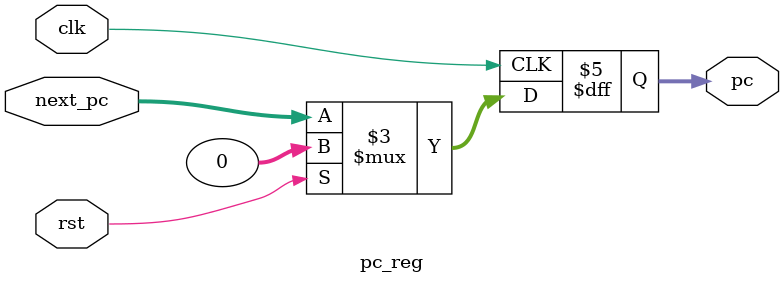
<source format=sv>
module pc_reg(
    input  logic clk,
    input  logic rst,
    input  logic [31:0] next_pc,
    output logic [31:0] pc
);

    always_ff @(posedge clk) begin
        if (rst) 
            pc <= 32'b0;
        else
            pc <= next_pc;
    end

endmodule

// on each clk posedge, increment pc <= next_pc
// if rst is high, pc <= 0

</source>
